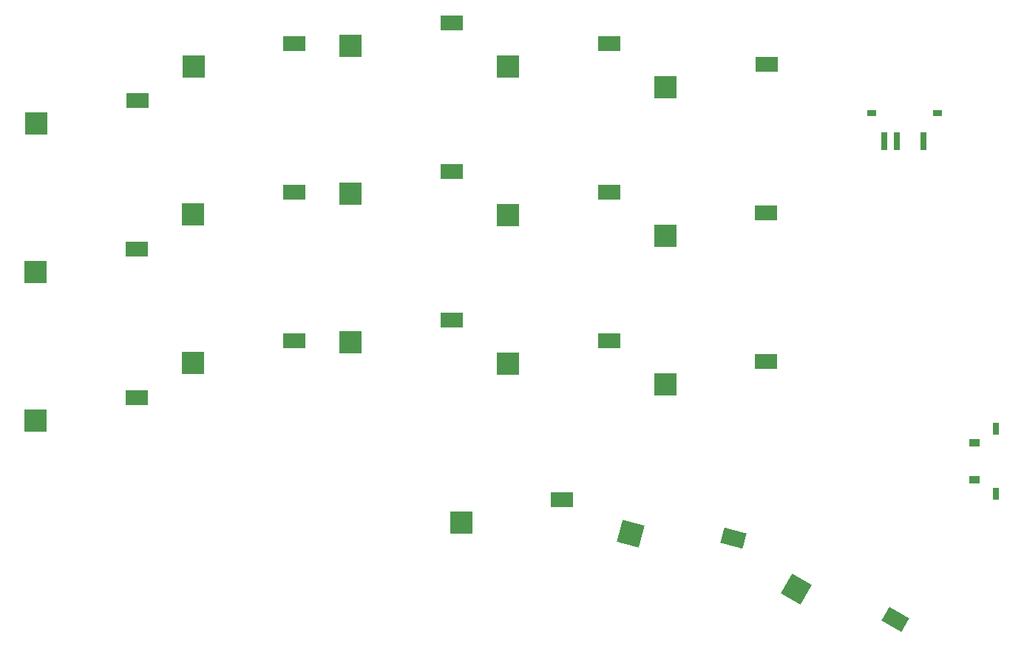
<source format=gbr>
%TF.GenerationSoftware,KiCad,Pcbnew,8.0.4*%
%TF.CreationDate,2024-09-02T16:48:54+07:00*%
%TF.ProjectId,cc36-rounded,63633336-2d72-46f7-956e-6465642e6b69,rev?*%
%TF.SameCoordinates,Original*%
%TF.FileFunction,Paste,Top*%
%TF.FilePolarity,Positive*%
%FSLAX46Y46*%
G04 Gerber Fmt 4.6, Leading zero omitted, Abs format (unit mm)*
G04 Created by KiCad (PCBNEW 8.0.4) date 2024-09-02 16:48:54*
%MOMM*%
%LPD*%
G01*
G04 APERTURE LIST*
G04 Aperture macros list*
%AMRotRect*
0 Rectangle, with rotation*
0 The origin of the aperture is its center*
0 $1 length*
0 $2 width*
0 $3 Rotation angle, in degrees counterclockwise*
0 Add horizontal line*
21,1,$1,$2,0,0,$3*%
G04 Aperture macros list end*
%ADD10R,2.625000X1.800000*%
%ADD11R,2.600000X2.600000*%
%ADD12RotRect,2.600000X2.600000X330.000000*%
%ADD13RotRect,2.625000X1.800000X330.000000*%
%ADD14RotRect,2.625000X1.800000X345.000000*%
%ADD15RotRect,2.600000X2.600000X345.000000*%
%ADD16R,0.800000X1.450000*%
%ADD17R,1.270000X0.900000*%
%ADD18R,1.000000X0.800000*%
%ADD19R,0.800000X2.000000*%
G04 APERTURE END LIST*
D10*
%TO.C,SW12*%
X161227500Y-72090000D03*
D11*
X149665000Y-74690000D03*
%TD*%
D10*
%TO.C,SW10*%
X125197500Y-67290000D03*
D11*
X113635000Y-69890000D03*
%TD*%
D10*
%TO.C,SW18*%
X161227500Y-89107999D03*
D11*
X149665000Y-91708000D03*
%TD*%
D10*
%TO.C,SW15*%
X107157500Y-86678000D03*
D11*
X95595000Y-89278000D03*
%TD*%
D12*
%TO.C,SW21*%
X164678640Y-115125356D03*
D13*
X175992059Y-118654940D03*
%TD*%
D14*
%TO.C,SW20*%
X157506014Y-109278277D03*
D15*
X145664567Y-108797089D03*
%TD*%
D10*
%TO.C,SW19*%
X137857500Y-104939999D03*
D11*
X126295000Y-107540000D03*
%TD*%
D10*
%TO.C,SW17*%
X143241500Y-86700000D03*
D11*
X131679000Y-89300000D03*
%TD*%
D10*
%TO.C,SW16*%
X125197500Y-84308000D03*
D11*
X113635000Y-86908000D03*
%TD*%
D10*
%TO.C,SW14*%
X89139500Y-93218000D03*
D11*
X77577000Y-95818000D03*
%TD*%
D10*
%TO.C,SW11*%
X143241500Y-69682000D03*
D11*
X131679000Y-72282000D03*
%TD*%
D10*
%TO.C,SW9*%
X107157500Y-69660000D03*
D11*
X95595000Y-72260000D03*
%TD*%
D10*
%TO.C,SW8*%
X89139500Y-76200000D03*
D11*
X77577000Y-78800000D03*
%TD*%
D10*
%TO.C,SW6*%
X161275500Y-55050000D03*
D11*
X149713000Y-57650000D03*
%TD*%
D10*
%TO.C,SW5*%
X143241500Y-52670000D03*
D11*
X131679000Y-55270000D03*
%TD*%
D10*
%TO.C,SW4*%
X125197500Y-50310000D03*
D11*
X113635000Y-52910000D03*
%TD*%
D10*
%TO.C,SW3*%
X107197500Y-52670000D03*
D11*
X95635000Y-55270000D03*
%TD*%
D10*
%TO.C,SW2*%
X89197500Y-59230000D03*
D11*
X77635000Y-61830000D03*
%TD*%
D16*
%TO.C,SW_RST1*%
X187550000Y-96799999D03*
X187550000Y-104200001D03*
D17*
X185050000Y-98400000D03*
X185050000Y-102600000D03*
%TD*%
D18*
%TO.C,SW_POWER1*%
X173300000Y-60600000D03*
X180800000Y-60600000D03*
D19*
X176227000Y-63825001D03*
X179227000Y-63825001D03*
X174727000Y-63825001D03*
%TD*%
M02*

</source>
